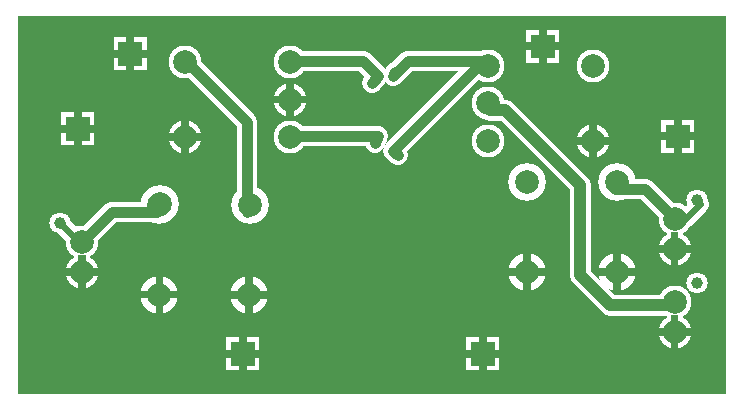
<source format=gbr>
%FSLAX34Y34*%
%MOMM*%
%LNCOPPER_BOTTOM*%
G71*
G01*
%ADD10C,3.200*%
%ADD11C,2.800*%
%ADD12C,2.800*%
%ADD13C,1.700*%
%ADD14C,1.800*%
%ADD15C,1.400*%
%ADD16C,1.800*%
%ADD17C,0.667*%
%ADD18C,0.680*%
%ADD19C,2.000*%
%ADD20C,2.000*%
%ADD21C,0.900*%
%ADD22C,4.300*%
%ADD23C,1.000*%
%ADD24C,0.600*%
%ADD25C,1.000*%
%LPD*%
G36*
X0Y320000D02*
X600000Y320000D01*
X600000Y0D01*
X0Y0D01*
X0Y320000D01*
G37*
%LPC*%
X120067Y160766D02*
G54D10*
D03*
X120017Y84516D02*
G54D10*
D03*
X120067Y160766D02*
G54D11*
D03*
X196258Y160692D02*
G54D10*
D03*
X120008Y160742D02*
G54D10*
D03*
X196258Y160692D02*
G54D11*
D03*
X196258Y160692D02*
G54D10*
D03*
X196208Y84442D02*
G54D10*
D03*
X196258Y160692D02*
G54D11*
D03*
X431217Y179816D02*
G54D10*
D03*
X431167Y103566D02*
G54D10*
D03*
X431217Y179816D02*
G54D11*
D03*
X507408Y179742D02*
G54D10*
D03*
X431158Y179792D02*
G54D10*
D03*
X507408Y179742D02*
G54D11*
D03*
X507408Y179742D02*
G54D10*
D03*
X507358Y103492D02*
G54D10*
D03*
X507408Y179742D02*
G54D11*
D03*
X54423Y129061D02*
G54D12*
D03*
X54423Y103661D02*
G54D12*
D03*
X556073Y148111D02*
G54D12*
D03*
X556073Y122711D02*
G54D12*
D03*
G54D13*
X556073Y148111D02*
X530673Y173511D01*
X505273Y173511D01*
X507408Y179742D01*
X556073Y78261D02*
G54D12*
D03*
X556073Y52861D02*
G54D12*
D03*
X141650Y281373D02*
G54D12*
D03*
X141650Y217873D02*
G54D12*
D03*
X230550Y281373D02*
G54D12*
D03*
X230550Y249623D02*
G54D12*
D03*
X230550Y217873D02*
G54D12*
D03*
X487090Y214580D02*
G54D12*
D03*
X487090Y278080D02*
G54D12*
D03*
X398190Y214580D02*
G54D12*
D03*
X398190Y246330D02*
G54D12*
D03*
X398190Y278080D02*
G54D12*
D03*
G54D13*
X54423Y129061D02*
X79823Y154461D01*
X117923Y154461D01*
X120008Y160742D01*
G54D13*
X141650Y281373D02*
X143323Y281461D01*
X194123Y230661D01*
X194123Y154461D01*
X196258Y160692D01*
G36*
X36800Y238800D02*
X64800Y238800D01*
X64800Y210800D01*
X36800Y210800D01*
X36800Y238800D01*
G37*
G36*
X176500Y48300D02*
X204500Y48300D01*
X204500Y20300D01*
X176500Y20300D01*
X176500Y48300D01*
G37*
G36*
X379700Y48300D02*
X407700Y48300D01*
X407700Y20300D01*
X379700Y20300D01*
X379700Y48300D01*
G37*
G36*
X430500Y308650D02*
X458500Y308650D01*
X458500Y280650D01*
X430500Y280650D01*
X430500Y308650D01*
G37*
G36*
X81250Y302300D02*
X109250Y302300D01*
X109250Y274300D01*
X81250Y274300D01*
X81250Y302300D01*
G37*
G36*
X544800Y232450D02*
X572800Y232450D01*
X572800Y204450D01*
X544800Y204450D01*
X544800Y232450D01*
G37*
G54D13*
X302312Y212730D02*
X304800Y218400D01*
X228600Y218400D01*
X230550Y217873D01*
G54D13*
X299767Y263344D02*
X304800Y269200D01*
X292100Y281900D01*
X228600Y281900D01*
X230550Y281373D01*
G54D13*
X322312Y202730D02*
X317500Y205700D01*
X393700Y281900D01*
X398190Y278080D01*
G54D13*
X319767Y273344D02*
X317500Y269200D01*
X330200Y281900D01*
X393700Y281900D01*
X398190Y278080D01*
X35700Y145210D02*
G54D14*
D03*
X575450Y164260D02*
G54D14*
D03*
X575450Y94410D02*
G54D14*
D03*
G54D15*
X35700Y145210D02*
X38100Y142200D01*
X50800Y129500D01*
X57150Y129500D01*
X54423Y129061D01*
G54D15*
X575450Y164260D02*
X577850Y161250D01*
X565150Y148550D01*
X558800Y148550D01*
X556073Y148111D01*
G54D16*
X398190Y246330D02*
X400050Y240750D01*
X412750Y240750D01*
X476250Y177250D01*
X476250Y101050D01*
X501650Y75650D01*
X552450Y75650D01*
X556073Y78261D01*
%LPD*%
G54D17*
G36*
X120017Y87849D02*
X136517Y87849D01*
X136517Y81183D01*
X120017Y81183D01*
X120017Y87849D01*
G37*
G36*
X123350Y84516D02*
X123350Y68016D01*
X116684Y68016D01*
X116684Y84516D01*
X123350Y84516D01*
G37*
G36*
X120017Y81183D02*
X103517Y81183D01*
X103517Y87849D01*
X120017Y87849D01*
X120017Y81183D01*
G37*
G36*
X116684Y84516D02*
X116684Y101016D01*
X123350Y101016D01*
X123350Y84516D01*
X116684Y84516D01*
G37*
G54D18*
G36*
X196208Y87842D02*
X212708Y87842D01*
X212708Y81042D01*
X196208Y81042D01*
X196208Y87842D01*
G37*
G36*
X199608Y84442D02*
X199608Y67942D01*
X192808Y67942D01*
X192808Y84442D01*
X199608Y84442D01*
G37*
G36*
X196208Y81042D02*
X179708Y81042D01*
X179708Y87842D01*
X196208Y87842D01*
X196208Y81042D01*
G37*
G36*
X192808Y84442D02*
X192808Y100942D01*
X199608Y100942D01*
X199608Y84442D01*
X192808Y84442D01*
G37*
G54D17*
G36*
X431167Y106899D02*
X447667Y106899D01*
X447667Y100233D01*
X431167Y100233D01*
X431167Y106899D01*
G37*
G36*
X434500Y103566D02*
X434500Y87066D01*
X427834Y87066D01*
X427834Y103566D01*
X434500Y103566D01*
G37*
G36*
X431167Y100233D02*
X414667Y100233D01*
X414667Y106899D01*
X431167Y106899D01*
X431167Y100233D01*
G37*
G36*
X427834Y103566D02*
X427834Y120066D01*
X434500Y120066D01*
X434500Y103566D01*
X427834Y103566D01*
G37*
G54D18*
G36*
X507358Y106892D02*
X523858Y106892D01*
X523858Y100092D01*
X507358Y100092D01*
X507358Y106892D01*
G37*
G36*
X510758Y103492D02*
X510758Y86992D01*
X503958Y86992D01*
X503958Y103492D01*
X510758Y103492D01*
G37*
G36*
X507358Y100092D02*
X490858Y100092D01*
X490858Y106892D01*
X507358Y106892D01*
X507358Y100092D01*
G37*
G36*
X503958Y103492D02*
X503958Y119992D01*
X510758Y119992D01*
X510758Y103492D01*
X503958Y103492D01*
G37*
G54D17*
G36*
X51090Y103661D02*
X51090Y118161D01*
X57756Y118161D01*
X57756Y103661D01*
X51090Y103661D01*
G37*
G36*
X54423Y106994D02*
X68923Y106994D01*
X68923Y100328D01*
X54423Y100328D01*
X54423Y106994D01*
G37*
G36*
X57756Y103661D02*
X57756Y89161D01*
X51090Y89161D01*
X51090Y103661D01*
X57756Y103661D01*
G37*
G36*
X54423Y100328D02*
X39923Y100328D01*
X39923Y106994D01*
X54423Y106994D01*
X54423Y100328D01*
G37*
G54D17*
G36*
X552740Y122711D02*
X552740Y137211D01*
X559406Y137211D01*
X559406Y122711D01*
X552740Y122711D01*
G37*
G36*
X556073Y126044D02*
X570573Y126044D01*
X570573Y119378D01*
X556073Y119378D01*
X556073Y126044D01*
G37*
G36*
X559406Y122711D02*
X559406Y108211D01*
X552740Y108211D01*
X552740Y122711D01*
X559406Y122711D01*
G37*
G36*
X556073Y119378D02*
X541573Y119378D01*
X541573Y126044D01*
X556073Y126044D01*
X556073Y119378D01*
G37*
G54D17*
G36*
X552740Y52861D02*
X552740Y67361D01*
X559406Y67361D01*
X559406Y52861D01*
X552740Y52861D01*
G37*
G36*
X556073Y56194D02*
X570573Y56194D01*
X570573Y49528D01*
X556073Y49528D01*
X556073Y56194D01*
G37*
G36*
X559406Y52861D02*
X559406Y38361D01*
X552740Y38361D01*
X552740Y52861D01*
X559406Y52861D01*
G37*
G36*
X556073Y49528D02*
X541573Y49528D01*
X541573Y56194D01*
X556073Y56194D01*
X556073Y49528D01*
G37*
G54D17*
G36*
X138317Y217873D02*
X138317Y232373D01*
X144983Y232373D01*
X144983Y217873D01*
X138317Y217873D01*
G37*
G36*
X141650Y221206D02*
X156150Y221206D01*
X156150Y214540D01*
X141650Y214540D01*
X141650Y221206D01*
G37*
G36*
X144983Y217873D02*
X144983Y203373D01*
X138317Y203373D01*
X138317Y217873D01*
X144983Y217873D01*
G37*
G36*
X141650Y214540D02*
X127150Y214540D01*
X127150Y221206D01*
X141650Y221206D01*
X141650Y214540D01*
G37*
G54D17*
G36*
X227217Y249623D02*
X227217Y264123D01*
X233883Y264123D01*
X233883Y249623D01*
X227217Y249623D01*
G37*
G36*
X230550Y252956D02*
X245050Y252956D01*
X245050Y246290D01*
X230550Y246290D01*
X230550Y252956D01*
G37*
G36*
X233883Y249623D02*
X233883Y235123D01*
X227217Y235123D01*
X227217Y249623D01*
X233883Y249623D01*
G37*
G36*
X230550Y246290D02*
X216050Y246290D01*
X216050Y252956D01*
X230550Y252956D01*
X230550Y246290D01*
G37*
G54D17*
G36*
X490423Y214580D02*
X490423Y200080D01*
X483757Y200080D01*
X483757Y214580D01*
X490423Y214580D01*
G37*
G36*
X487090Y211247D02*
X472590Y211247D01*
X472590Y217913D01*
X487090Y217913D01*
X487090Y211247D01*
G37*
G36*
X483757Y214580D02*
X483757Y229080D01*
X490423Y229080D01*
X490423Y214580D01*
X483757Y214580D01*
G37*
G36*
X487090Y217913D02*
X501590Y217913D01*
X501590Y211247D01*
X487090Y211247D01*
X487090Y217913D01*
G37*
G54D17*
G36*
X47467Y224800D02*
X47467Y239300D01*
X54133Y239300D01*
X54133Y224800D01*
X47467Y224800D01*
G37*
G36*
X50800Y228133D02*
X65300Y228133D01*
X65300Y221467D01*
X50800Y221467D01*
X50800Y228133D01*
G37*
G36*
X54133Y224800D02*
X54133Y210300D01*
X47467Y210300D01*
X47467Y224800D01*
X54133Y224800D01*
G37*
G36*
X50800Y221467D02*
X36300Y221467D01*
X36300Y228133D01*
X50800Y228133D01*
X50800Y221467D01*
G37*
G54D17*
G36*
X187167Y34300D02*
X187167Y48800D01*
X193833Y48800D01*
X193833Y34300D01*
X187167Y34300D01*
G37*
G36*
X190500Y37633D02*
X205000Y37633D01*
X205000Y30967D01*
X190500Y30967D01*
X190500Y37633D01*
G37*
G36*
X193833Y34300D02*
X193833Y19800D01*
X187167Y19800D01*
X187167Y34300D01*
X193833Y34300D01*
G37*
G36*
X190500Y30967D02*
X176000Y30967D01*
X176000Y37633D01*
X190500Y37633D01*
X190500Y30967D01*
G37*
G54D17*
G36*
X390367Y34300D02*
X390367Y48800D01*
X397033Y48800D01*
X397033Y34300D01*
X390367Y34300D01*
G37*
G36*
X393700Y37633D02*
X408200Y37633D01*
X408200Y30967D01*
X393700Y30967D01*
X393700Y37633D01*
G37*
G36*
X397033Y34300D02*
X397033Y19800D01*
X390367Y19800D01*
X390367Y34300D01*
X397033Y34300D01*
G37*
G36*
X393700Y30967D02*
X379200Y30967D01*
X379200Y37633D01*
X393700Y37633D01*
X393700Y30967D01*
G37*
G54D17*
G36*
X441167Y294650D02*
X441167Y309150D01*
X447833Y309150D01*
X447833Y294650D01*
X441167Y294650D01*
G37*
G36*
X444500Y297983D02*
X459000Y297983D01*
X459000Y291317D01*
X444500Y291317D01*
X444500Y297983D01*
G37*
G36*
X447833Y294650D02*
X447833Y280150D01*
X441167Y280150D01*
X441167Y294650D01*
X447833Y294650D01*
G37*
G36*
X444500Y291317D02*
X430000Y291317D01*
X430000Y297983D01*
X444500Y297983D01*
X444500Y291317D01*
G37*
G54D17*
G36*
X91917Y288300D02*
X91917Y302800D01*
X98583Y302800D01*
X98583Y288300D01*
X91917Y288300D01*
G37*
G36*
X95250Y291633D02*
X109750Y291633D01*
X109750Y284967D01*
X95250Y284967D01*
X95250Y291633D01*
G37*
G36*
X98583Y288300D02*
X98583Y273800D01*
X91917Y273800D01*
X91917Y288300D01*
X98583Y288300D01*
G37*
G36*
X95250Y284967D02*
X80750Y284967D01*
X80750Y291633D01*
X95250Y291633D01*
X95250Y284967D01*
G37*
G54D17*
G36*
X555467Y218450D02*
X555467Y232950D01*
X562133Y232950D01*
X562133Y218450D01*
X555467Y218450D01*
G37*
G36*
X558800Y221783D02*
X573300Y221783D01*
X573300Y215117D01*
X558800Y215117D01*
X558800Y221783D01*
G37*
G36*
X562133Y218450D02*
X562133Y203950D01*
X555467Y203950D01*
X555467Y218450D01*
X562133Y218450D01*
G37*
G36*
X558800Y215117D02*
X544300Y215117D01*
X544300Y221783D01*
X558800Y221783D01*
X558800Y215117D01*
G37*
X120067Y160766D02*
G54D19*
D03*
X120017Y84516D02*
G54D19*
D03*
X120067Y160766D02*
G54D20*
D03*
X196258Y160692D02*
G54D19*
D03*
X120008Y160742D02*
G54D19*
D03*
X196258Y160692D02*
G54D20*
D03*
X196258Y160692D02*
G54D19*
D03*
X196208Y84442D02*
G54D19*
D03*
X196258Y160692D02*
G54D20*
D03*
X431217Y179816D02*
G54D19*
D03*
X431167Y103566D02*
G54D19*
D03*
X431217Y179816D02*
G54D20*
D03*
X507408Y179742D02*
G54D19*
D03*
X431158Y179792D02*
G54D19*
D03*
X507408Y179742D02*
G54D20*
D03*
X507408Y179742D02*
G54D19*
D03*
X507358Y103492D02*
G54D19*
D03*
X507408Y179742D02*
G54D20*
D03*
X54423Y129061D02*
G54D19*
D03*
X54423Y103661D02*
G54D19*
D03*
X556073Y148111D02*
G54D19*
D03*
X556073Y122711D02*
G54D19*
D03*
G54D21*
X556073Y148111D02*
X530673Y173511D01*
X505273Y173511D01*
X507408Y179742D01*
X556073Y78261D02*
G54D19*
D03*
X556073Y52861D02*
G54D19*
D03*
X141650Y281373D02*
G54D19*
D03*
X141650Y217873D02*
G54D19*
D03*
X230550Y281373D02*
G54D19*
D03*
X230550Y249623D02*
G54D19*
D03*
X230550Y217873D02*
G54D19*
D03*
X487090Y214580D02*
G54D19*
D03*
X487090Y278080D02*
G54D19*
D03*
X398190Y214580D02*
G54D19*
D03*
X398190Y246330D02*
G54D19*
D03*
X398190Y278080D02*
G54D19*
D03*
G54D21*
X54423Y129061D02*
X79823Y154461D01*
X117923Y154461D01*
X120008Y160742D01*
G54D21*
X141650Y281373D02*
X143323Y281461D01*
X194123Y230661D01*
X194123Y154461D01*
X196258Y160692D01*
X50800Y269200D02*
G54D22*
D03*
X558800Y269200D02*
G54D22*
D03*
X50800Y40600D02*
G54D22*
D03*
X457200Y40600D02*
G54D22*
D03*
G36*
X40800Y234800D02*
X60800Y234800D01*
X60800Y214800D01*
X40800Y214800D01*
X40800Y234800D01*
G37*
G36*
X180500Y44300D02*
X200500Y44300D01*
X200500Y24300D01*
X180500Y24300D01*
X180500Y44300D01*
G37*
G36*
X383700Y44300D02*
X403700Y44300D01*
X403700Y24300D01*
X383700Y24300D01*
X383700Y44300D01*
G37*
G36*
X434500Y304650D02*
X454500Y304650D01*
X454500Y284650D01*
X434500Y284650D01*
X434500Y304650D01*
G37*
G36*
X85250Y298300D02*
X105250Y298300D01*
X105250Y278300D01*
X85250Y278300D01*
X85250Y298300D01*
G37*
G36*
X548800Y228450D02*
X568800Y228450D01*
X568800Y208450D01*
X548800Y208450D01*
X548800Y228450D01*
G37*
G54D21*
X302312Y212730D02*
X304800Y218400D01*
X228600Y218400D01*
X230550Y217873D01*
G54D21*
X299767Y263344D02*
X304800Y269200D01*
X292100Y281900D01*
X228600Y281900D01*
X230550Y281373D01*
G54D21*
X322312Y202730D02*
X317500Y205700D01*
X393700Y281900D01*
X398190Y278080D01*
G54D21*
X319767Y273344D02*
X317500Y269200D01*
X330200Y281900D01*
X393700Y281900D01*
X398190Y278080D01*
X35700Y145210D02*
G54D23*
D03*
X575450Y164260D02*
G54D23*
D03*
X575450Y94410D02*
G54D23*
D03*
G54D24*
X35700Y145210D02*
X38100Y142200D01*
X50800Y129500D01*
X57150Y129500D01*
X54423Y129061D01*
G54D24*
X575450Y164260D02*
X577850Y161250D01*
X565150Y148550D01*
X558800Y148550D01*
X556073Y148111D01*
G54D25*
X398190Y246330D02*
X400050Y240750D01*
X412750Y240750D01*
X476250Y177250D01*
X476250Y101050D01*
X501650Y75650D01*
X552450Y75650D01*
X556073Y78261D01*
M02*

</source>
